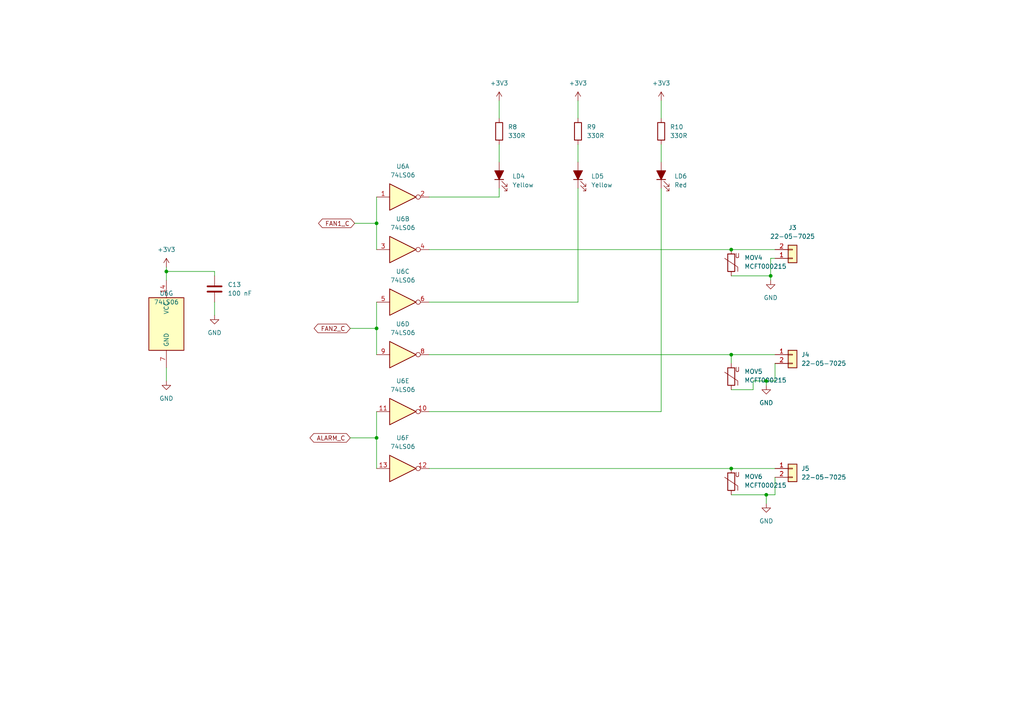
<source format=kicad_sch>
(kicad_sch (version 20230121) (generator eeschema)

  (uuid d6cac458-99af-42d0-b7b9-1a0a34807b89)

  (paper "A4")

  (lib_symbols
    (symbol "74xx:74LS06" (pin_names (offset 1.016)) (in_bom yes) (on_board yes)
      (property "Reference" "U" (at 0 1.27 0)
        (effects (font (size 1.27 1.27)))
      )
      (property "Value" "74LS06" (at 0 -1.27 0)
        (effects (font (size 1.27 1.27)))
      )
      (property "Footprint" "" (at 0 0 0)
        (effects (font (size 1.27 1.27)) hide)
      )
      (property "Datasheet" "http://www.ti.com/lit/gpn/sn74LS06" (at 0 0 0)
        (effects (font (size 1.27 1.27)) hide)
      )
      (property "ki_locked" "" (at 0 0 0)
        (effects (font (size 1.27 1.27)))
      )
      (property "ki_keywords" "TTL not inv OpenCol" (at 0 0 0)
        (effects (font (size 1.27 1.27)) hide)
      )
      (property "ki_description" "Inverter Open Collect" (at 0 0 0)
        (effects (font (size 1.27 1.27)) hide)
      )
      (property "ki_fp_filters" "DIP*W7.62mm*" (at 0 0 0)
        (effects (font (size 1.27 1.27)) hide)
      )
      (symbol "74LS06_1_0"
        (polyline
          (pts
            (xy -3.81 3.81)
            (xy -3.81 -3.81)
            (xy 3.81 0)
            (xy -3.81 3.81)
          )
          (stroke (width 0.254) (type default))
          (fill (type background))
        )
        (pin input line (at -7.62 0 0) (length 3.81)
          (name "~" (effects (font (size 1.27 1.27))))
          (number "1" (effects (font (size 1.27 1.27))))
        )
        (pin open_collector inverted (at 7.62 0 180) (length 3.81)
          (name "~" (effects (font (size 1.27 1.27))))
          (number "2" (effects (font (size 1.27 1.27))))
        )
      )
      (symbol "74LS06_2_0"
        (polyline
          (pts
            (xy -3.81 3.81)
            (xy -3.81 -3.81)
            (xy 3.81 0)
            (xy -3.81 3.81)
          )
          (stroke (width 0.254) (type default))
          (fill (type background))
        )
        (pin input line (at -7.62 0 0) (length 3.81)
          (name "~" (effects (font (size 1.27 1.27))))
          (number "3" (effects (font (size 1.27 1.27))))
        )
        (pin open_collector inverted (at 7.62 0 180) (length 3.81)
          (name "~" (effects (font (size 1.27 1.27))))
          (number "4" (effects (font (size 1.27 1.27))))
        )
      )
      (symbol "74LS06_3_0"
        (polyline
          (pts
            (xy -3.81 3.81)
            (xy -3.81 -3.81)
            (xy 3.81 0)
            (xy -3.81 3.81)
          )
          (stroke (width 0.254) (type default))
          (fill (type background))
        )
        (pin input line (at -7.62 0 0) (length 3.81)
          (name "~" (effects (font (size 1.27 1.27))))
          (number "5" (effects (font (size 1.27 1.27))))
        )
        (pin open_collector inverted (at 7.62 0 180) (length 3.81)
          (name "~" (effects (font (size 1.27 1.27))))
          (number "6" (effects (font (size 1.27 1.27))))
        )
      )
      (symbol "74LS06_4_0"
        (polyline
          (pts
            (xy -3.81 3.81)
            (xy -3.81 -3.81)
            (xy 3.81 0)
            (xy -3.81 3.81)
          )
          (stroke (width 0.254) (type default))
          (fill (type background))
        )
        (pin open_collector inverted (at 7.62 0 180) (length 3.81)
          (name "~" (effects (font (size 1.27 1.27))))
          (number "8" (effects (font (size 1.27 1.27))))
        )
        (pin input line (at -7.62 0 0) (length 3.81)
          (name "~" (effects (font (size 1.27 1.27))))
          (number "9" (effects (font (size 1.27 1.27))))
        )
      )
      (symbol "74LS06_5_0"
        (polyline
          (pts
            (xy -3.81 3.81)
            (xy -3.81 -3.81)
            (xy 3.81 0)
            (xy -3.81 3.81)
          )
          (stroke (width 0.254) (type default))
          (fill (type background))
        )
        (pin open_collector inverted (at 7.62 0 180) (length 3.81)
          (name "~" (effects (font (size 1.27 1.27))))
          (number "10" (effects (font (size 1.27 1.27))))
        )
        (pin input line (at -7.62 0 0) (length 3.81)
          (name "~" (effects (font (size 1.27 1.27))))
          (number "11" (effects (font (size 1.27 1.27))))
        )
      )
      (symbol "74LS06_6_0"
        (polyline
          (pts
            (xy -3.81 3.81)
            (xy -3.81 -3.81)
            (xy 3.81 0)
            (xy -3.81 3.81)
          )
          (stroke (width 0.254) (type default))
          (fill (type background))
        )
        (pin open_collector inverted (at 7.62 0 180) (length 3.81)
          (name "~" (effects (font (size 1.27 1.27))))
          (number "12" (effects (font (size 1.27 1.27))))
        )
        (pin input line (at -7.62 0 0) (length 3.81)
          (name "~" (effects (font (size 1.27 1.27))))
          (number "13" (effects (font (size 1.27 1.27))))
        )
      )
      (symbol "74LS06_7_0"
        (pin power_in line (at 0 12.7 270) (length 5.08)
          (name "VCC" (effects (font (size 1.27 1.27))))
          (number "14" (effects (font (size 1.27 1.27))))
        )
        (pin power_in line (at 0 -12.7 90) (length 5.08)
          (name "GND" (effects (font (size 1.27 1.27))))
          (number "7" (effects (font (size 1.27 1.27))))
        )
      )
      (symbol "74LS06_7_1"
        (rectangle (start -5.08 7.62) (end 5.08 -7.62)
          (stroke (width 0.254) (type default))
          (fill (type background))
        )
      )
    )
    (symbol "Connector_Generic:Conn_01x02" (pin_names (offset 1.016) hide) (in_bom yes) (on_board yes)
      (property "Reference" "J" (at 0 2.54 0)
        (effects (font (size 1.27 1.27)))
      )
      (property "Value" "Conn_01x02" (at 0 -5.08 0)
        (effects (font (size 1.27 1.27)))
      )
      (property "Footprint" "" (at 0 0 0)
        (effects (font (size 1.27 1.27)) hide)
      )
      (property "Datasheet" "~" (at 0 0 0)
        (effects (font (size 1.27 1.27)) hide)
      )
      (property "ki_keywords" "connector" (at 0 0 0)
        (effects (font (size 1.27 1.27)) hide)
      )
      (property "ki_description" "Generic connector, single row, 01x02, script generated (kicad-library-utils/schlib/autogen/connector/)" (at 0 0 0)
        (effects (font (size 1.27 1.27)) hide)
      )
      (property "ki_fp_filters" "Connector*:*_1x??_*" (at 0 0 0)
        (effects (font (size 1.27 1.27)) hide)
      )
      (symbol "Conn_01x02_1_1"
        (rectangle (start -1.27 -2.413) (end 0 -2.667)
          (stroke (width 0.1524) (type default))
          (fill (type none))
        )
        (rectangle (start -1.27 0.127) (end 0 -0.127)
          (stroke (width 0.1524) (type default))
          (fill (type none))
        )
        (rectangle (start -1.27 1.27) (end 1.27 -3.81)
          (stroke (width 0.254) (type default))
          (fill (type background))
        )
        (pin passive line (at -5.08 0 0) (length 3.81)
          (name "Pin_1" (effects (font (size 1.27 1.27))))
          (number "1" (effects (font (size 1.27 1.27))))
        )
        (pin passive line (at -5.08 -2.54 0) (length 3.81)
          (name "Pin_2" (effects (font (size 1.27 1.27))))
          (number "2" (effects (font (size 1.27 1.27))))
        )
      )
    )
    (symbol "Device:C" (pin_numbers hide) (pin_names (offset 0.254)) (in_bom yes) (on_board yes)
      (property "Reference" "C" (at 0.635 2.54 0)
        (effects (font (size 1.27 1.27)) (justify left))
      )
      (property "Value" "C" (at 0.635 -2.54 0)
        (effects (font (size 1.27 1.27)) (justify left))
      )
      (property "Footprint" "" (at 0.9652 -3.81 0)
        (effects (font (size 1.27 1.27)) hide)
      )
      (property "Datasheet" "~" (at 0 0 0)
        (effects (font (size 1.27 1.27)) hide)
      )
      (property "ki_keywords" "cap capacitor" (at 0 0 0)
        (effects (font (size 1.27 1.27)) hide)
      )
      (property "ki_description" "Unpolarized capacitor" (at 0 0 0)
        (effects (font (size 1.27 1.27)) hide)
      )
      (property "ki_fp_filters" "C_*" (at 0 0 0)
        (effects (font (size 1.27 1.27)) hide)
      )
      (symbol "C_0_1"
        (polyline
          (pts
            (xy -2.032 -0.762)
            (xy 2.032 -0.762)
          )
          (stroke (width 0.508) (type default))
          (fill (type none))
        )
        (polyline
          (pts
            (xy -2.032 0.762)
            (xy 2.032 0.762)
          )
          (stroke (width 0.508) (type default))
          (fill (type none))
        )
      )
      (symbol "C_1_1"
        (pin passive line (at 0 3.81 270) (length 2.794)
          (name "~" (effects (font (size 1.27 1.27))))
          (number "1" (effects (font (size 1.27 1.27))))
        )
        (pin passive line (at 0 -3.81 90) (length 2.794)
          (name "~" (effects (font (size 1.27 1.27))))
          (number "2" (effects (font (size 1.27 1.27))))
        )
      )
    )
    (symbol "Device:LED_Filled" (pin_numbers hide) (pin_names (offset 1.016) hide) (in_bom yes) (on_board yes)
      (property "Reference" "D" (at 0 2.54 0)
        (effects (font (size 1.27 1.27)))
      )
      (property "Value" "LED_Filled" (at 0 -2.54 0)
        (effects (font (size 1.27 1.27)))
      )
      (property "Footprint" "" (at 0 0 0)
        (effects (font (size 1.27 1.27)) hide)
      )
      (property "Datasheet" "~" (at 0 0 0)
        (effects (font (size 1.27 1.27)) hide)
      )
      (property "ki_keywords" "LED diode" (at 0 0 0)
        (effects (font (size 1.27 1.27)) hide)
      )
      (property "ki_description" "Light emitting diode, filled shape" (at 0 0 0)
        (effects (font (size 1.27 1.27)) hide)
      )
      (property "ki_fp_filters" "LED* LED_SMD:* LED_THT:*" (at 0 0 0)
        (effects (font (size 1.27 1.27)) hide)
      )
      (symbol "LED_Filled_0_1"
        (polyline
          (pts
            (xy -1.27 -1.27)
            (xy -1.27 1.27)
          )
          (stroke (width 0.254) (type default))
          (fill (type none))
        )
        (polyline
          (pts
            (xy -1.27 0)
            (xy 1.27 0)
          )
          (stroke (width 0) (type default))
          (fill (type none))
        )
        (polyline
          (pts
            (xy 1.27 -1.27)
            (xy 1.27 1.27)
            (xy -1.27 0)
            (xy 1.27 -1.27)
          )
          (stroke (width 0.254) (type default))
          (fill (type outline))
        )
        (polyline
          (pts
            (xy -3.048 -0.762)
            (xy -4.572 -2.286)
            (xy -3.81 -2.286)
            (xy -4.572 -2.286)
            (xy -4.572 -1.524)
          )
          (stroke (width 0) (type default))
          (fill (type none))
        )
        (polyline
          (pts
            (xy -1.778 -0.762)
            (xy -3.302 -2.286)
            (xy -2.54 -2.286)
            (xy -3.302 -2.286)
            (xy -3.302 -1.524)
          )
          (stroke (width 0) (type default))
          (fill (type none))
        )
      )
      (symbol "LED_Filled_1_1"
        (pin passive line (at -3.81 0 0) (length 2.54)
          (name "K" (effects (font (size 1.27 1.27))))
          (number "1" (effects (font (size 1.27 1.27))))
        )
        (pin passive line (at 3.81 0 180) (length 2.54)
          (name "A" (effects (font (size 1.27 1.27))))
          (number "2" (effects (font (size 1.27 1.27))))
        )
      )
    )
    (symbol "Device:R" (pin_numbers hide) (pin_names (offset 0)) (in_bom yes) (on_board yes)
      (property "Reference" "R" (at 2.032 0 90)
        (effects (font (size 1.27 1.27)))
      )
      (property "Value" "R" (at 0 0 90)
        (effects (font (size 1.27 1.27)))
      )
      (property "Footprint" "" (at -1.778 0 90)
        (effects (font (size 1.27 1.27)) hide)
      )
      (property "Datasheet" "~" (at 0 0 0)
        (effects (font (size 1.27 1.27)) hide)
      )
      (property "ki_keywords" "R res resistor" (at 0 0 0)
        (effects (font (size 1.27 1.27)) hide)
      )
      (property "ki_description" "Resistor" (at 0 0 0)
        (effects (font (size 1.27 1.27)) hide)
      )
      (property "ki_fp_filters" "R_*" (at 0 0 0)
        (effects (font (size 1.27 1.27)) hide)
      )
      (symbol "R_0_1"
        (rectangle (start -1.016 -2.54) (end 1.016 2.54)
          (stroke (width 0.254) (type default))
          (fill (type none))
        )
      )
      (symbol "R_1_1"
        (pin passive line (at 0 3.81 270) (length 1.27)
          (name "~" (effects (font (size 1.27 1.27))))
          (number "1" (effects (font (size 1.27 1.27))))
        )
        (pin passive line (at 0 -3.81 90) (length 1.27)
          (name "~" (effects (font (size 1.27 1.27))))
          (number "2" (effects (font (size 1.27 1.27))))
        )
      )
    )
    (symbol "Device:Varistor" (pin_numbers hide) (pin_names (offset 0)) (in_bom yes) (on_board yes)
      (property "Reference" "RV" (at 3.175 0 90)
        (effects (font (size 1.27 1.27)))
      )
      (property "Value" "Varistor" (at -3.175 0 90)
        (effects (font (size 1.27 1.27)))
      )
      (property "Footprint" "" (at -1.778 0 90)
        (effects (font (size 1.27 1.27)) hide)
      )
      (property "Datasheet" "~" (at 0 0 0)
        (effects (font (size 1.27 1.27)) hide)
      )
      (property "Sim.Name" "kicad_builtin_varistor" (at 0 0 0)
        (effects (font (size 1.27 1.27)) hide)
      )
      (property "Sim.Device" "SUBCKT" (at 0 0 0)
        (effects (font (size 1.27 1.27)) hide)
      )
      (property "Sim.Pins" "1=A 2=B" (at 0 0 0)
        (effects (font (size 1.27 1.27)) hide)
      )
      (property "Sim.Params" "threshold=1k" (at 0 0 0)
        (effects (font (size 1.27 1.27)) hide)
      )
      (property "Sim.Library" "${KICAD7_SYMBOL_DIR}/Simulation_SPICE.sp" (at 0 0 0)
        (effects (font (size 1.27 1.27)) hide)
      )
      (property "ki_keywords" "VDR resistance" (at 0 0 0)
        (effects (font (size 1.27 1.27)) hide)
      )
      (property "ki_description" "Voltage dependent resistor" (at 0 0 0)
        (effects (font (size 1.27 1.27)) hide)
      )
      (property "ki_fp_filters" "RV_* Varistor*" (at 0 0 0)
        (effects (font (size 1.27 1.27)) hide)
      )
      (symbol "Varistor_0_0"
        (text "U" (at -1.778 -2.032 0)
          (effects (font (size 1.27 1.27)))
        )
      )
      (symbol "Varistor_0_1"
        (rectangle (start -1.016 -2.54) (end 1.016 2.54)
          (stroke (width 0.254) (type default))
          (fill (type none))
        )
        (polyline
          (pts
            (xy -1.905 2.54)
            (xy -1.905 1.27)
            (xy 1.905 -1.27)
          )
          (stroke (width 0) (type default))
          (fill (type none))
        )
      )
      (symbol "Varistor_1_1"
        (pin passive line (at 0 3.81 270) (length 1.27)
          (name "~" (effects (font (size 1.27 1.27))))
          (number "1" (effects (font (size 1.27 1.27))))
        )
        (pin passive line (at 0 -3.81 90) (length 1.27)
          (name "~" (effects (font (size 1.27 1.27))))
          (number "2" (effects (font (size 1.27 1.27))))
        )
      )
    )
    (symbol "power:+3V3" (power) (pin_names (offset 0)) (in_bom yes) (on_board yes)
      (property "Reference" "#PWR" (at 0 -3.81 0)
        (effects (font (size 1.27 1.27)) hide)
      )
      (property "Value" "+3V3" (at 0 3.556 0)
        (effects (font (size 1.27 1.27)))
      )
      (property "Footprint" "" (at 0 0 0)
        (effects (font (size 1.27 1.27)) hide)
      )
      (property "Datasheet" "" (at 0 0 0)
        (effects (font (size 1.27 1.27)) hide)
      )
      (property "ki_keywords" "global power" (at 0 0 0)
        (effects (font (size 1.27 1.27)) hide)
      )
      (property "ki_description" "Power symbol creates a global label with name \"+3V3\"" (at 0 0 0)
        (effects (font (size 1.27 1.27)) hide)
      )
      (symbol "+3V3_0_1"
        (polyline
          (pts
            (xy -0.762 1.27)
            (xy 0 2.54)
          )
          (stroke (width 0) (type default))
          (fill (type none))
        )
        (polyline
          (pts
            (xy 0 0)
            (xy 0 2.54)
          )
          (stroke (width 0) (type default))
          (fill (type none))
        )
        (polyline
          (pts
            (xy 0 2.54)
            (xy 0.762 1.27)
          )
          (stroke (width 0) (type default))
          (fill (type none))
        )
      )
      (symbol "+3V3_1_1"
        (pin power_in line (at 0 0 90) (length 0) hide
          (name "+3V3" (effects (font (size 1.27 1.27))))
          (number "1" (effects (font (size 1.27 1.27))))
        )
      )
    )
    (symbol "power:GND" (power) (pin_names (offset 0)) (in_bom yes) (on_board yes)
      (property "Reference" "#PWR" (at 0 -6.35 0)
        (effects (font (size 1.27 1.27)) hide)
      )
      (property "Value" "GND" (at 0 -3.81 0)
        (effects (font (size 1.27 1.27)))
      )
      (property "Footprint" "" (at 0 0 0)
        (effects (font (size 1.27 1.27)) hide)
      )
      (property "Datasheet" "" (at 0 0 0)
        (effects (font (size 1.27 1.27)) hide)
      )
      (property "ki_keywords" "global power" (at 0 0 0)
        (effects (font (size 1.27 1.27)) hide)
      )
      (property "ki_description" "Power symbol creates a global label with name \"GND\" , ground" (at 0 0 0)
        (effects (font (size 1.27 1.27)) hide)
      )
      (symbol "GND_0_1"
        (polyline
          (pts
            (xy 0 0)
            (xy 0 -1.27)
            (xy 1.27 -1.27)
            (xy 0 -2.54)
            (xy -1.27 -1.27)
            (xy 0 -1.27)
          )
          (stroke (width 0) (type default))
          (fill (type none))
        )
      )
      (symbol "GND_1_1"
        (pin power_in line (at 0 0 270) (length 0) hide
          (name "GND" (effects (font (size 1.27 1.27))))
          (number "1" (effects (font (size 1.27 1.27))))
        )
      )
    )
  )

  (junction (at 222.25 143.51) (diameter 0) (color 0 0 0 0)
    (uuid 02ba5b5a-c965-4f48-b5ca-1db5e784b1ce)
  )
  (junction (at 109.22 127) (diameter 0) (color 0 0 0 0)
    (uuid 0486608f-f45d-4d27-8ccd-5f220fc5c729)
  )
  (junction (at 223.52 80.01) (diameter 0) (color 0 0 0 0)
    (uuid 2bc76f8a-7157-4af5-ab39-f53dd166d6fe)
  )
  (junction (at 48.26 78.74) (diameter 0) (color 0 0 0 0)
    (uuid 5ef9071c-1532-4ecb-840e-c8d00f1eceee)
  )
  (junction (at 109.22 95.25) (diameter 0) (color 0 0 0 0)
    (uuid 5fbdd604-0483-4bfb-9128-1f91030bc99f)
  )
  (junction (at 212.09 102.87) (diameter 0) (color 0 0 0 0)
    (uuid 8672d55b-2336-4503-afc6-29703e429316)
  )
  (junction (at 109.22 64.77) (diameter 0) (color 0 0 0 0)
    (uuid 8f6a1f7f-a4b4-4ed2-b7d3-07c58d4d07dd)
  )
  (junction (at 212.09 72.39) (diameter 0) (color 0 0 0 0)
    (uuid cc7fa520-4d0e-4986-ae33-234609c80f6c)
  )
  (junction (at 222.25 110.49) (diameter 0) (color 0 0 0 0)
    (uuid ce056a5f-2cfd-4611-be8a-89d5092553c1)
  )
  (junction (at 212.09 135.89) (diameter 0) (color 0 0 0 0)
    (uuid fdf55a7e-4914-457d-a221-a82a2393e671)
  )

  (wire (pts (xy 167.64 41.91) (xy 167.64 46.99))
    (stroke (width 0) (type default))
    (uuid 05eea5fb-a799-4812-ae77-bafb44344f32)
  )
  (wire (pts (xy 109.22 119.38) (xy 109.22 127))
    (stroke (width 0) (type default))
    (uuid 08d74774-7874-4c19-aba6-ad99aaeed71c)
  )
  (wire (pts (xy 48.26 77.47) (xy 48.26 78.74))
    (stroke (width 0) (type default))
    (uuid 0f068154-72ea-4f80-a409-dd5e2e0fddf8)
  )
  (wire (pts (xy 212.09 80.01) (xy 223.52 80.01))
    (stroke (width 0) (type default))
    (uuid 1096d478-5559-410c-a827-13ddd2d2a123)
  )
  (wire (pts (xy 109.22 95.25) (xy 109.22 102.87))
    (stroke (width 0) (type default))
    (uuid 139b8081-ca72-48d7-8509-f6c9f569560f)
  )
  (wire (pts (xy 109.22 64.77) (xy 109.22 57.15))
    (stroke (width 0) (type default))
    (uuid 1e9fcb06-24da-4cee-8440-bd8acc2ece14)
  )
  (wire (pts (xy 144.78 54.61) (xy 144.78 57.15))
    (stroke (width 0) (type default))
    (uuid 20e7f897-2eb4-46bd-96ca-15ad4b1ecdc4)
  )
  (wire (pts (xy 48.26 78.74) (xy 62.23 78.74))
    (stroke (width 0) (type default))
    (uuid 21a58079-28a9-4cc9-8f90-74fc4cf739eb)
  )
  (wire (pts (xy 144.78 29.21) (xy 144.78 34.29))
    (stroke (width 0) (type default))
    (uuid 2241f6df-66e2-4914-9e80-410eae8be428)
  )
  (wire (pts (xy 124.46 135.89) (xy 212.09 135.89))
    (stroke (width 0) (type default))
    (uuid 269c13af-9c2f-4942-97ec-3bc32118ea0a)
  )
  (wire (pts (xy 167.64 29.21) (xy 167.64 34.29))
    (stroke (width 0) (type default))
    (uuid 276c60b0-e58a-454f-bf2d-3ad36e2a5c58)
  )
  (wire (pts (xy 167.64 87.63) (xy 124.46 87.63))
    (stroke (width 0) (type default))
    (uuid 27dce66b-bb3c-4fed-bfeb-836a5a19cd93)
  )
  (wire (pts (xy 48.26 106.68) (xy 48.26 110.49))
    (stroke (width 0) (type default))
    (uuid 2ce83ee0-4b4e-4138-8435-8bf62aae7bbb)
  )
  (wire (pts (xy 191.77 41.91) (xy 191.77 46.99))
    (stroke (width 0) (type default))
    (uuid 2ced5afb-2a68-4ba9-8803-3ea347dc9b82)
  )
  (wire (pts (xy 144.78 41.91) (xy 144.78 46.99))
    (stroke (width 0) (type default))
    (uuid 2f8d4b19-6140-4708-b40c-c57a01fd5d4b)
  )
  (wire (pts (xy 212.09 72.39) (xy 224.79 72.39))
    (stroke (width 0) (type default))
    (uuid 340c63c3-c8c7-4361-b288-9bfafd2b1387)
  )
  (wire (pts (xy 102.87 64.77) (xy 109.22 64.77))
    (stroke (width 0) (type default))
    (uuid 3413fda6-ff18-43fe-84a1-5a3f5ff21abc)
  )
  (wire (pts (xy 218.44 110.49) (xy 222.25 110.49))
    (stroke (width 0) (type default))
    (uuid 3c4ee171-3dd3-4f37-a8a1-dde88837b8c2)
  )
  (wire (pts (xy 62.23 87.63) (xy 62.23 91.44))
    (stroke (width 0) (type default))
    (uuid 3e6c21e6-8808-4f4e-8c4d-80b6053ab034)
  )
  (wire (pts (xy 222.25 143.51) (xy 224.79 143.51))
    (stroke (width 0) (type default))
    (uuid 41546bc5-669c-4e13-a8b0-96e1ac121e0d)
  )
  (wire (pts (xy 224.79 110.49) (xy 224.79 105.41))
    (stroke (width 0) (type default))
    (uuid 446a47dc-4fef-459a-9ebf-503294587a59)
  )
  (wire (pts (xy 223.52 80.01) (xy 223.52 81.28))
    (stroke (width 0) (type default))
    (uuid 47ec0e2f-3489-42aa-b3af-e4be37fd15da)
  )
  (wire (pts (xy 124.46 57.15) (xy 144.78 57.15))
    (stroke (width 0) (type default))
    (uuid 5ad7dbaf-8acb-405c-ae62-859fb3c00231)
  )
  (wire (pts (xy 212.09 143.51) (xy 222.25 143.51))
    (stroke (width 0) (type default))
    (uuid 5d040f7e-b96a-45f1-9f94-d58887ca420f)
  )
  (wire (pts (xy 48.26 78.74) (xy 48.26 81.28))
    (stroke (width 0) (type default))
    (uuid 5dea3b1c-ad52-493a-b66d-5fa7f2d13e42)
  )
  (wire (pts (xy 167.64 54.61) (xy 167.64 87.63))
    (stroke (width 0) (type default))
    (uuid 5ff41210-aaf1-4510-bedb-003bb50731a7)
  )
  (wire (pts (xy 222.25 110.49) (xy 222.25 111.76))
    (stroke (width 0) (type default))
    (uuid 615580d1-1293-4db2-b442-14fc44777750)
  )
  (wire (pts (xy 223.52 74.93) (xy 224.79 74.93))
    (stroke (width 0) (type default))
    (uuid 6388593b-6f19-4bea-81a0-531772a7dcd1)
  )
  (wire (pts (xy 124.46 72.39) (xy 212.09 72.39))
    (stroke (width 0) (type default))
    (uuid 6c6471eb-e28b-40ad-b9d9-cc1a8aea015e)
  )
  (wire (pts (xy 101.6 127) (xy 109.22 127))
    (stroke (width 0) (type default))
    (uuid 71ab4691-20f4-46df-a539-dbc7a5bd3a64)
  )
  (wire (pts (xy 109.22 64.77) (xy 109.22 72.39))
    (stroke (width 0) (type default))
    (uuid 770cb1ce-7e80-4b69-adf3-7ea0d678e78a)
  )
  (wire (pts (xy 124.46 102.87) (xy 212.09 102.87))
    (stroke (width 0) (type default))
    (uuid 7f310dae-84cc-4d8e-8eeb-f3c4a5e929b0)
  )
  (wire (pts (xy 191.77 119.38) (xy 124.46 119.38))
    (stroke (width 0) (type default))
    (uuid 85a3b872-6d39-49c3-b812-8b66d23baf17)
  )
  (wire (pts (xy 222.25 110.49) (xy 224.79 110.49))
    (stroke (width 0) (type default))
    (uuid 8ad4962c-5a10-4615-a7e6-2917ba12971d)
  )
  (wire (pts (xy 223.52 80.01) (xy 223.52 74.93))
    (stroke (width 0) (type default))
    (uuid 9c4ea3b2-e654-4d6b-aeb3-46f74a1e32eb)
  )
  (wire (pts (xy 109.22 95.25) (xy 109.22 87.63))
    (stroke (width 0) (type default))
    (uuid 9e27db0d-15b6-4744-a097-da301e4303d3)
  )
  (wire (pts (xy 191.77 29.21) (xy 191.77 34.29))
    (stroke (width 0) (type default))
    (uuid a02eb4ee-fa06-4c83-9da4-f7e11bb793ce)
  )
  (wire (pts (xy 222.25 143.51) (xy 222.25 146.05))
    (stroke (width 0) (type default))
    (uuid aa1279fe-971a-45e8-a722-49f86219996b)
  )
  (wire (pts (xy 62.23 78.74) (xy 62.23 80.01))
    (stroke (width 0) (type default))
    (uuid ab02042e-bd06-49ce-92d8-3dc645a10e00)
  )
  (wire (pts (xy 101.6 95.25) (xy 109.22 95.25))
    (stroke (width 0) (type default))
    (uuid b8f6b9a0-dbf9-4fcf-9df8-0c3149465e9a)
  )
  (wire (pts (xy 224.79 143.51) (xy 224.79 138.43))
    (stroke (width 0) (type default))
    (uuid bd69fd30-1183-4108-95bd-48b54446e842)
  )
  (wire (pts (xy 212.09 135.89) (xy 224.79 135.89))
    (stroke (width 0) (type default))
    (uuid c7e10ad4-ac9c-490b-9f4c-e6a74d68216a)
  )
  (wire (pts (xy 218.44 113.03) (xy 218.44 110.49))
    (stroke (width 0) (type default))
    (uuid c897c782-9a92-4295-93bb-32843c5cb537)
  )
  (wire (pts (xy 212.09 102.87) (xy 224.79 102.87))
    (stroke (width 0) (type default))
    (uuid d0c59f7b-5fad-43cc-a3d8-7c65157ad68b)
  )
  (wire (pts (xy 191.77 54.61) (xy 191.77 119.38))
    (stroke (width 0) (type default))
    (uuid e2fa7001-0ff2-46f3-aa11-3194a90dfd3a)
  )
  (wire (pts (xy 212.09 102.87) (xy 212.09 105.41))
    (stroke (width 0) (type default))
    (uuid e4dbcdc4-a893-44e7-9d41-7cf2fb04c133)
  )
  (wire (pts (xy 109.22 127) (xy 109.22 135.89))
    (stroke (width 0) (type default))
    (uuid f73a7cad-6d99-453c-b5f7-96cf6c49982c)
  )
  (wire (pts (xy 212.09 113.03) (xy 218.44 113.03))
    (stroke (width 0) (type default))
    (uuid ff87acab-f4ea-41ca-b1f0-4e3c228dde25)
  )

  (global_label "FAN1_C" (shape bidirectional) (at 102.87 64.77 180) (fields_autoplaced)
    (effects (font (size 1.27 1.27)) (justify right))
    (uuid 6d2a8c21-67a0-4f09-8dee-9f01b900bb53)
    (property "Intersheetrefs" "${INTERSHEET_REFS}" (at 91.8187 64.77 0)
      (effects (font (size 1.27 1.27)) (justify right) hide)
    )
  )
  (global_label "FAN2_C" (shape bidirectional) (at 101.6 95.25 180) (fields_autoplaced)
    (effects (font (size 1.27 1.27)) (justify right))
    (uuid 986b03f7-b3b1-460a-9768-45697f181fda)
    (property "Intersheetrefs" "${INTERSHEET_REFS}" (at 90.5487 95.25 0)
      (effects (font (size 1.27 1.27)) (justify right) hide)
    )
  )
  (global_label "ALARM_C" (shape bidirectional) (at 101.6 127 180) (fields_autoplaced)
    (effects (font (size 1.27 1.27)) (justify right))
    (uuid ae7c0ec5-05ea-4deb-af2d-c73a2ef6fb2b)
    (property "Intersheetrefs" "${INTERSHEET_REFS}" (at 89.3392 127 0)
      (effects (font (size 1.27 1.27)) (justify right) hide)
    )
  )

  (symbol (lib_id "Device:R") (at 167.64 38.1 0) (unit 1)
    (in_bom yes) (on_board yes) (dnp no) (fields_autoplaced)
    (uuid 0e0f67be-b6e7-4d19-8b8a-5cdc9abb14b4)
    (property "Reference" "R9" (at 170.18 36.83 0)
      (effects (font (size 1.27 1.27)) (justify left))
    )
    (property "Value" "330R" (at 170.18 39.37 0)
      (effects (font (size 1.27 1.27)) (justify left))
    )
    (property "Footprint" "Resistor_SMD:R_1206_3216Metric" (at 165.862 38.1 90)
      (effects (font (size 1.27 1.27)) hide)
    )
    (property "Datasheet" "~" (at 167.64 38.1 0)
      (effects (font (size 1.27 1.27)) hide)
    )
    (property "Name" "" (at 167.64 38.1 0)
      (effects (font (size 1.27 1.27)) hide)
    )
    (property "Manufacturer" "" (at 167.64 38.1 0)
      (effects (font (size 1.27 1.27)) hide)
    )
    (pin "2" (uuid 2ec87814-8d1a-419c-afa0-645415f7ea32))
    (pin "1" (uuid e5f0438c-f1f2-4d38-9a4d-efb3c0e493d1))
    (instances
      (project "Demo"
        (path "/6e73ff2b-554f-4e00-b182-1d8d7d5ce0d1/58002030-c39a-404f-ad82-9889eb91573b"
          (reference "R9") (unit 1)
        )
      )
    )
  )

  (symbol (lib_id "Device:Varistor") (at 212.09 139.7 180) (unit 1)
    (in_bom yes) (on_board yes) (dnp no) (fields_autoplaced)
    (uuid 18f878f3-22bc-420a-954e-0f2d02ee2f71)
    (property "Reference" "MOV6" (at 215.9 138.2367 0)
      (effects (font (size 1.27 1.27)) (justify right))
    )
    (property "Value" "MCFT000215" (at 215.9 140.7767 0)
      (effects (font (size 1.27 1.27)) (justify right))
    )
    (property "Footprint" "Varistor:RV_Disc_D7mm_W3.4mm_P5mm" (at 213.868 139.7 90)
      (effects (font (size 1.27 1.27)) hide)
    )
    (property "Datasheet" "~" (at 212.09 139.7 0)
      (effects (font (size 1.27 1.27)) hide)
    )
    (property "Sim.Name" "kicad_builtin_varistor" (at 212.09 139.7 0)
      (effects (font (size 1.27 1.27)) hide)
    )
    (property "Sim.Device" "SUBCKT" (at 212.09 139.7 0)
      (effects (font (size 1.27 1.27)) hide)
    )
    (property "Sim.Pins" "1=A 2=B" (at 212.09 139.7 0)
      (effects (font (size 1.27 1.27)) hide)
    )
    (property "Sim.Params" "threshold=1k" (at 212.09 139.7 0)
      (effects (font (size 1.27 1.27)) hide)
    )
    (property "Sim.Library" "${KICAD7_SYMBOL_DIR}/Simulation_SPICE.sp" (at 212.09 139.7 0)
      (effects (font (size 1.27 1.27)) hide)
    )
    (property "Name" "MCFT000215" (at 212.09 139.7 0)
      (effects (font (size 1.27 1.27)) hide)
    )
    (property "Manufacturer" "multicomp" (at 212.09 139.7 0)
      (effects (font (size 1.27 1.27)) hide)
    )
    (pin "2" (uuid 880713b1-397f-4373-95f0-a42b19469175))
    (pin "1" (uuid 0be39dfc-e3ce-42c8-b7ad-c6a4638839ce))
    (instances
      (project "Demo"
        (path "/6e73ff2b-554f-4e00-b182-1d8d7d5ce0d1/58002030-c39a-404f-ad82-9889eb91573b"
          (reference "MOV6") (unit 1)
        )
      )
    )
  )

  (symbol (lib_id "power:GND") (at 222.25 146.05 0) (unit 1)
    (in_bom yes) (on_board yes) (dnp no) (fields_autoplaced)
    (uuid 1a3204ba-1ba5-417c-894e-62d9e6439c83)
    (property "Reference" "#PWR037" (at 222.25 152.4 0)
      (effects (font (size 1.27 1.27)) hide)
    )
    (property "Value" "GND" (at 222.25 151.13 0)
      (effects (font (size 1.27 1.27)))
    )
    (property "Footprint" "" (at 222.25 146.05 0)
      (effects (font (size 1.27 1.27)) hide)
    )
    (property "Datasheet" "" (at 222.25 146.05 0)
      (effects (font (size 1.27 1.27)) hide)
    )
    (pin "1" (uuid 448c9dbf-0f0f-48a1-8777-07883e018b8f))
    (instances
      (project "Demo"
        (path "/6e73ff2b-554f-4e00-b182-1d8d7d5ce0d1/58002030-c39a-404f-ad82-9889eb91573b"
          (reference "#PWR037") (unit 1)
        )
      )
    )
  )

  (symbol (lib_id "Device:C") (at 62.23 83.82 0) (unit 1)
    (in_bom yes) (on_board yes) (dnp no) (fields_autoplaced)
    (uuid 2409dce8-76c8-42d1-b330-377ff23d4922)
    (property "Reference" "C13" (at 66.04 82.55 0)
      (effects (font (size 1.27 1.27)) (justify left))
    )
    (property "Value" "100 nF" (at 66.04 85.09 0)
      (effects (font (size 1.27 1.27)) (justify left))
    )
    (property "Footprint" "Capacitor_SMD:C_0805_2012Metric" (at 63.1952 87.63 0)
      (effects (font (size 1.27 1.27)) hide)
    )
    (property "Datasheet" "~" (at 62.23 83.82 0)
      (effects (font (size 1.27 1.27)) hide)
    )
    (property "Name" "" (at 62.23 83.82 0)
      (effects (font (size 1.27 1.27)) hide)
    )
    (property "Manufacturer" "" (at 62.23 83.82 0)
      (effects (font (size 1.27 1.27)) hide)
    )
    (pin "2" (uuid ac89cccd-f1c2-4636-bab1-89013de6f526))
    (pin "1" (uuid 5081dc8e-6b6a-4967-a807-fe256d7fcca1))
    (instances
      (project "Demo"
        (path "/6e73ff2b-554f-4e00-b182-1d8d7d5ce0d1/58002030-c39a-404f-ad82-9889eb91573b"
          (reference "C13") (unit 1)
        )
      )
    )
  )

  (symbol (lib_id "power:GND") (at 222.25 111.76 0) (unit 1)
    (in_bom yes) (on_board yes) (dnp no) (fields_autoplaced)
    (uuid 28cd9cf4-1f37-4923-9919-adb0932dcae4)
    (property "Reference" "#PWR036" (at 222.25 118.11 0)
      (effects (font (size 1.27 1.27)) hide)
    )
    (property "Value" "GND" (at 222.25 116.84 0)
      (effects (font (size 1.27 1.27)))
    )
    (property "Footprint" "" (at 222.25 111.76 0)
      (effects (font (size 1.27 1.27)) hide)
    )
    (property "Datasheet" "" (at 222.25 111.76 0)
      (effects (font (size 1.27 1.27)) hide)
    )
    (pin "1" (uuid 8ddb5c37-69eb-4e2c-b080-5e4d4586cfb4))
    (instances
      (project "Demo"
        (path "/6e73ff2b-554f-4e00-b182-1d8d7d5ce0d1/58002030-c39a-404f-ad82-9889eb91573b"
          (reference "#PWR036") (unit 1)
        )
      )
    )
  )

  (symbol (lib_id "Device:Varistor") (at 212.09 109.22 180) (unit 1)
    (in_bom yes) (on_board yes) (dnp no) (fields_autoplaced)
    (uuid 2dc4aa77-f846-47bd-850a-9cf14f08c92e)
    (property "Reference" "MOV5" (at 215.9 107.7567 0)
      (effects (font (size 1.27 1.27)) (justify right))
    )
    (property "Value" "MCFT000215" (at 215.9 110.2967 0)
      (effects (font (size 1.27 1.27)) (justify right))
    )
    (property "Footprint" "Varistor:RV_Disc_D7mm_W3.4mm_P5mm" (at 213.868 109.22 90)
      (effects (font (size 1.27 1.27)) hide)
    )
    (property "Datasheet" "~" (at 212.09 109.22 0)
      (effects (font (size 1.27 1.27)) hide)
    )
    (property "Sim.Name" "kicad_builtin_varistor" (at 212.09 109.22 0)
      (effects (font (size 1.27 1.27)) hide)
    )
    (property "Sim.Device" "SUBCKT" (at 212.09 109.22 0)
      (effects (font (size 1.27 1.27)) hide)
    )
    (property "Sim.Pins" "1=A 2=B" (at 212.09 109.22 0)
      (effects (font (size 1.27 1.27)) hide)
    )
    (property "Sim.Params" "threshold=1k" (at 212.09 109.22 0)
      (effects (font (size 1.27 1.27)) hide)
    )
    (property "Sim.Library" "${KICAD7_SYMBOL_DIR}/Simulation_SPICE.sp" (at 212.09 109.22 0)
      (effects (font (size 1.27 1.27)) hide)
    )
    (property "Name" "MCFT000215" (at 212.09 109.22 0)
      (effects (font (size 1.27 1.27)) hide)
    )
    (property "Manufacturer" "multicomp" (at 212.09 109.22 0)
      (effects (font (size 1.27 1.27)) hide)
    )
    (pin "2" (uuid bd754f10-aca4-4f73-b55d-72c90875c98e))
    (pin "1" (uuid 27f9d94a-7169-49bf-994d-d5efb5390ead))
    (instances
      (project "Demo"
        (path "/6e73ff2b-554f-4e00-b182-1d8d7d5ce0d1/58002030-c39a-404f-ad82-9889eb91573b"
          (reference "MOV5") (unit 1)
        )
      )
    )
  )

  (symbol (lib_id "power:+3V3") (at 191.77 29.21 0) (unit 1)
    (in_bom yes) (on_board yes) (dnp no) (fields_autoplaced)
    (uuid 2df1def1-9956-4fa9-9446-cbcc7a1ca3e2)
    (property "Reference" "#PWR034" (at 191.77 33.02 0)
      (effects (font (size 1.27 1.27)) hide)
    )
    (property "Value" "+3V3" (at 191.77 24.13 0)
      (effects (font (size 1.27 1.27)))
    )
    (property "Footprint" "" (at 191.77 29.21 0)
      (effects (font (size 1.27 1.27)) hide)
    )
    (property "Datasheet" "" (at 191.77 29.21 0)
      (effects (font (size 1.27 1.27)) hide)
    )
    (pin "1" (uuid 318c4449-f374-47da-8711-bc6431543393))
    (instances
      (project "Demo"
        (path "/6e73ff2b-554f-4e00-b182-1d8d7d5ce0d1/58002030-c39a-404f-ad82-9889eb91573b"
          (reference "#PWR034") (unit 1)
        )
      )
    )
  )

  (symbol (lib_id "Device:LED_Filled") (at 167.64 50.8 90) (unit 1)
    (in_bom yes) (on_board yes) (dnp no) (fields_autoplaced)
    (uuid 39072560-d43a-4fa0-8ef6-ebd10f7a2c27)
    (property "Reference" "LD5" (at 171.45 51.1175 90)
      (effects (font (size 1.27 1.27)) (justify right))
    )
    (property "Value" "Yellow" (at 171.45 53.6575 90)
      (effects (font (size 1.27 1.27)) (justify right))
    )
    (property "Footprint" "LED_THT:LED_D5.0mm" (at 167.64 50.8 0)
      (effects (font (size 1.27 1.27)) hide)
    )
    (property "Datasheet" "~" (at 167.64 50.8 0)
      (effects (font (size 1.27 1.27)) hide)
    )
    (property "Name" "703-0098" (at 167.64 50.8 0)
      (effects (font (size 1.27 1.27)) hide)
    )
    (property "Manufacturer" "multicomp" (at 167.64 50.8 0)
      (effects (font (size 1.27 1.27)) hide)
    )
    (pin "1" (uuid e1d4ce25-f01a-4fe6-b444-fe474428c3b4))
    (pin "2" (uuid 6d7f97c7-a52a-4bec-a501-988338ea3e0a))
    (instances
      (project "Demo"
        (path "/6e73ff2b-554f-4e00-b182-1d8d7d5ce0d1/58002030-c39a-404f-ad82-9889eb91573b"
          (reference "LD5") (unit 1)
        )
      )
    )
  )

  (symbol (lib_id "Device:Varistor") (at 212.09 76.2 180) (unit 1)
    (in_bom yes) (on_board yes) (dnp no) (fields_autoplaced)
    (uuid 3bb3feec-c704-446e-b978-c88642e5b300)
    (property "Reference" "MOV4" (at 215.9 74.7367 0)
      (effects (font (size 1.27 1.27)) (justify right))
    )
    (property "Value" "MCFT000215" (at 215.9 77.2767 0)
      (effects (font (size 1.27 1.27)) (justify right))
    )
    (property "Footprint" "Varistor:RV_Disc_D7mm_W3.4mm_P5mm" (at 213.868 76.2 90)
      (effects (font (size 1.27 1.27)) hide)
    )
    (property "Datasheet" "~" (at 212.09 76.2 0)
      (effects (font (size 1.27 1.27)) hide)
    )
    (property "Sim.Name" "kicad_builtin_varistor" (at 212.09 76.2 0)
      (effects (font (size 1.27 1.27)) hide)
    )
    (property "Sim.Device" "SUBCKT" (at 212.09 76.2 0)
      (effects (font (size 1.27 1.27)) hide)
    )
    (property "Sim.Pins" "1=A 2=B" (at 212.09 76.2 0)
      (effects (font (size 1.27 1.27)) hide)
    )
    (property "Sim.Params" "threshold=1k" (at 212.09 76.2 0)
      (effects (font (size 1.27 1.27)) hide)
    )
    (property "Sim.Library" "${KICAD7_SYMBOL_DIR}/Simulation_SPICE.sp" (at 212.09 76.2 0)
      (effects (font (size 1.27 1.27)) hide)
    )
    (property "Name" "MCFT000215" (at 212.09 76.2 0)
      (effects (font (size 1.27 1.27)) hide)
    )
    (property "Manufacturer" "multicomp" (at 212.09 76.2 0)
      (effects (font (size 1.27 1.27)) hide)
    )
    (pin "2" (uuid a89958bb-f737-4040-8530-39824d87a865))
    (pin "1" (uuid 424f5e90-29d3-479a-bdae-b0dfbad55b04))
    (instances
      (project "Demo"
        (path "/6e73ff2b-554f-4e00-b182-1d8d7d5ce0d1/58002030-c39a-404f-ad82-9889eb91573b"
          (reference "MOV4") (unit 1)
        )
      )
    )
  )

  (symbol (lib_id "74xx:74LS06") (at 116.84 87.63 0) (unit 3)
    (in_bom yes) (on_board yes) (dnp no) (fields_autoplaced)
    (uuid 48922b27-2236-4fd0-9b71-8cdabb5eaf55)
    (property "Reference" "U6" (at 116.84 78.74 0)
      (effects (font (size 1.27 1.27)))
    )
    (property "Value" "74LS06" (at 116.84 81.28 0)
      (effects (font (size 1.27 1.27)))
    )
    (property "Footprint" "Package_SO:SOIC-14_3.9x8.7mm_P1.27mm" (at 116.84 87.63 0)
      (effects (font (size 1.27 1.27)) hide)
    )
    (property "Datasheet" "http://www.ti.com/lit/gpn/sn74LS06" (at 116.84 87.63 0)
      (effects (font (size 1.27 1.27)) hide)
    )
    (property "Name" "MC74LCX07" (at 116.84 87.63 0)
      (effects (font (size 1.27 1.27)) hide)
    )
    (property "Manufacturer" "ON" (at 116.84 87.63 0)
      (effects (font (size 1.27 1.27)) hide)
    )
    (pin "10" (uuid 27801687-42bc-4388-824c-1bc42dc4e9c5))
    (pin "11" (uuid 1e15697f-324a-41ee-a8dd-c53b8be355ae))
    (pin "8" (uuid a123813a-392a-4acd-bf39-45442b1d3222))
    (pin "12" (uuid deb2f7e2-f73b-49c3-96fd-02235c5a00dc))
    (pin "7" (uuid e633d1d9-70ee-4b08-88f5-3319dbd7baf0))
    (pin "6" (uuid ef36f668-d2d6-41e9-98d3-9d06f9cabd93))
    (pin "1" (uuid f1311c23-9c99-43f5-b3cf-43cfd637d408))
    (pin "2" (uuid c071197c-50f2-4b84-9a7f-ce1517b0e523))
    (pin "5" (uuid d2702d2c-913d-4691-bb52-43688a415fb1))
    (pin "9" (uuid 34c1b86a-526f-460d-b68a-3752a8328fd1))
    (pin "3" (uuid acd20e19-7787-497c-9a76-cd99874327f6))
    (pin "14" (uuid 5e30d3c8-c92b-4d5d-b2a3-ec57e671c5ab))
    (pin "4" (uuid 996153c1-b8bc-4a77-a0f8-c8b4d3f8d083))
    (pin "13" (uuid dbe059e0-540a-4622-9b3d-3f885003f4fc))
    (instances
      (project "Demo"
        (path "/6e73ff2b-554f-4e00-b182-1d8d7d5ce0d1/58002030-c39a-404f-ad82-9889eb91573b"
          (reference "U6") (unit 3)
        )
      )
    )
  )

  (symbol (lib_id "Connector_Generic:Conn_01x02") (at 229.87 74.93 0) (mirror x) (unit 1)
    (in_bom yes) (on_board yes) (dnp no)
    (uuid 495ffbf4-40d7-4f38-b34a-abb1f2b0f3ac)
    (property "Reference" "J3" (at 229.87 66.04 0)
      (effects (font (size 1.27 1.27)))
    )
    (property "Value" "22-05-7025" (at 229.87 68.58 0)
      (effects (font (size 1.27 1.27)))
    )
    (property "Footprint" "" (at 229.87 74.93 0)
      (effects (font (size 1.27 1.27)) hide)
    )
    (property "Datasheet" "~" (at 229.87 74.93 0)
      (effects (font (size 1.27 1.27)) hide)
    )
    (property "Name" "22-05-7025" (at 229.87 74.93 0)
      (effects (font (size 1.27 1.27)) hide)
    )
    (property "Manufacturer" "Molex" (at 229.87 74.93 0)
      (effects (font (size 1.27 1.27)) hide)
    )
    (pin "2" (uuid a1c8442a-57d3-4b78-a9e5-bf766681e2d3))
    (pin "1" (uuid 1707a6a4-d7db-4f3b-a014-c3d670d99c31))
    (instances
      (project "Demo"
        (path "/6e73ff2b-554f-4e00-b182-1d8d7d5ce0d1/58002030-c39a-404f-ad82-9889eb91573b"
          (reference "J3") (unit 1)
        )
      )
    )
  )

  (symbol (lib_id "Device:R") (at 191.77 38.1 0) (unit 1)
    (in_bom yes) (on_board yes) (dnp no) (fields_autoplaced)
    (uuid 5ba0007f-2331-4535-a158-8535f6e73a74)
    (property "Reference" "R10" (at 194.31 36.83 0)
      (effects (font (size 1.27 1.27)) (justify left))
    )
    (property "Value" "330R" (at 194.31 39.37 0)
      (effects (font (size 1.27 1.27)) (justify left))
    )
    (property "Footprint" "Resistor_SMD:R_1206_3216Metric" (at 189.992 38.1 90)
      (effects (font (size 1.27 1.27)) hide)
    )
    (property "Datasheet" "~" (at 191.77 38.1 0)
      (effects (font (size 1.27 1.27)) hide)
    )
    (property "Name" "" (at 191.77 38.1 0)
      (effects (font (size 1.27 1.27)) hide)
    )
    (property "Manufacturer" "" (at 191.77 38.1 0)
      (effects (font (size 1.27 1.27)) hide)
    )
    (pin "2" (uuid 3133645b-7218-4c24-a1cc-490b39da7bb9))
    (pin "1" (uuid cc048f5c-76c5-480b-b4c5-03c1dfd6b9cd))
    (instances
      (project "Demo"
        (path "/6e73ff2b-554f-4e00-b182-1d8d7d5ce0d1/58002030-c39a-404f-ad82-9889eb91573b"
          (reference "R10") (unit 1)
        )
      )
    )
  )

  (symbol (lib_id "74xx:74LS06") (at 48.26 93.98 0) (unit 7)
    (in_bom yes) (on_board yes) (dnp no) (fields_autoplaced)
    (uuid 6d37c4b3-448e-421a-b890-31944b0cb1c7)
    (property "Reference" "U6" (at 48.26 85.09 0)
      (effects (font (size 1.27 1.27)))
    )
    (property "Value" "74LS06" (at 48.26 87.63 0)
      (effects (font (size 1.27 1.27)))
    )
    (property "Footprint" "Package_SO:SOIC-14_3.9x8.7mm_P1.27mm" (at 48.26 93.98 0)
      (effects (font (size 1.27 1.27)) hide)
    )
    (property "Datasheet" "http://www.ti.com/lit/gpn/sn74LS06" (at 48.26 93.98 0)
      (effects (font (size 1.27 1.27)) hide)
    )
    (property "Name" "MC74LCX07" (at 48.26 93.98 0)
      (effects (font (size 1.27 1.27)) hide)
    )
    (property "Manufacturer" "ON" (at 48.26 93.98 0)
      (effects (font (size 1.27 1.27)) hide)
    )
    (pin "10" (uuid 27801687-42bc-4388-824c-1bc42dc4e9c6))
    (pin "11" (uuid 1e15697f-324a-41ee-a8dd-c53b8be355af))
    (pin "8" (uuid a123813a-392a-4acd-bf39-45442b1d3223))
    (pin "12" (uuid 8b1248da-2b87-4a6b-878c-5a1e79274b37))
    (pin "7" (uuid e633d1d9-70ee-4b08-88f5-3319dbd7baf1))
    (pin "6" (uuid ef36f668-d2d6-41e9-98d3-9d06f9cabd94))
    (pin "1" (uuid 3ca1328d-c1e1-4687-9a0a-20f1f03761da))
    (pin "2" (uuid 23a0bb10-85ff-42d1-a791-c7a1c5b6468f))
    (pin "5" (uuid d2702d2c-913d-4691-bb52-43688a415fb2))
    (pin "9" (uuid 34c1b86a-526f-460d-b68a-3752a8328fd2))
    (pin "3" (uuid acd20e19-7787-497c-9a76-cd99874327f7))
    (pin "14" (uuid 5e30d3c8-c92b-4d5d-b2a3-ec57e671c5ac))
    (pin "4" (uuid 996153c1-b8bc-4a77-a0f8-c8b4d3f8d084))
    (pin "13" (uuid da7292c9-9855-46c7-b18a-6daaff832d62))
    (instances
      (project "Demo"
        (path "/6e73ff2b-554f-4e00-b182-1d8d7d5ce0d1/58002030-c39a-404f-ad82-9889eb91573b"
          (reference "U6") (unit 7)
        )
      )
    )
  )

  (symbol (lib_id "74xx:74LS06") (at 116.84 57.15 0) (unit 1)
    (in_bom yes) (on_board yes) (dnp no) (fields_autoplaced)
    (uuid 6f94f6cb-962e-4c6e-a965-a52703b15fcf)
    (property "Reference" "U6" (at 116.84 48.26 0)
      (effects (font (size 1.27 1.27)))
    )
    (property "Value" "74LS06" (at 116.84 50.8 0)
      (effects (font (size 1.27 1.27)))
    )
    (property "Footprint" "Package_SO:SOIC-14_3.9x8.7mm_P1.27mm" (at 116.84 57.15 0)
      (effects (font (size 1.27 1.27)) hide)
    )
    (property "Datasheet" "http://www.ti.com/lit/gpn/sn74LS06" (at 116.84 57.15 0)
      (effects (font (size 1.27 1.27)) hide)
    )
    (property "Name" "MC74LCX07" (at 116.84 57.15 0)
      (effects (font (size 1.27 1.27)) hide)
    )
    (property "Manufacturer" "ON" (at 116.84 57.15 0)
      (effects (font (size 1.27 1.27)) hide)
    )
    (pin "10" (uuid 27801687-42bc-4388-824c-1bc42dc4e9c7))
    (pin "11" (uuid 1e15697f-324a-41ee-a8dd-c53b8be355b0))
    (pin "8" (uuid a123813a-392a-4acd-bf39-45442b1d3224))
    (pin "12" (uuid deb2f7e2-f73b-49c3-96fd-02235c5a00dd))
    (pin "7" (uuid e633d1d9-70ee-4b08-88f5-3319dbd7baf2))
    (pin "6" (uuid ef36f668-d2d6-41e9-98d3-9d06f9cabd95))
    (pin "1" (uuid 6122c5f3-c900-4f49-9ca1-aed9e8128efa))
    (pin "2" (uuid f782b12c-3b2b-4c72-8830-9112238f2e05))
    (pin "5" (uuid d2702d2c-913d-4691-bb52-43688a415fb3))
    (pin "9" (uuid 34c1b86a-526f-460d-b68a-3752a8328fd3))
    (pin "3" (uuid acd20e19-7787-497c-9a76-cd99874327f8))
    (pin "14" (uuid 5e30d3c8-c92b-4d5d-b2a3-ec57e671c5ad))
    (pin "4" (uuid 996153c1-b8bc-4a77-a0f8-c8b4d3f8d085))
    (pin "13" (uuid dbe059e0-540a-4622-9b3d-3f885003f4fd))
    (instances
      (project "Demo"
        (path "/6e73ff2b-554f-4e00-b182-1d8d7d5ce0d1/58002030-c39a-404f-ad82-9889eb91573b"
          (reference "U6") (unit 1)
        )
      )
    )
  )

  (symbol (lib_id "power:GND") (at 223.52 81.28 0) (unit 1)
    (in_bom yes) (on_board yes) (dnp no) (fields_autoplaced)
    (uuid 72922032-5e15-4a8f-a634-13f5db336362)
    (property "Reference" "#PWR035" (at 223.52 87.63 0)
      (effects (font (size 1.27 1.27)) hide)
    )
    (property "Value" "GND" (at 223.52 86.36 0)
      (effects (font (size 1.27 1.27)))
    )
    (property "Footprint" "" (at 223.52 81.28 0)
      (effects (font (size 1.27 1.27)) hide)
    )
    (property "Datasheet" "" (at 223.52 81.28 0)
      (effects (font (size 1.27 1.27)) hide)
    )
    (pin "1" (uuid f0cd48ae-fa16-4504-9640-6941745a0cc3))
    (instances
      (project "Demo"
        (path "/6e73ff2b-554f-4e00-b182-1d8d7d5ce0d1/58002030-c39a-404f-ad82-9889eb91573b"
          (reference "#PWR035") (unit 1)
        )
      )
    )
  )

  (symbol (lib_id "74xx:74LS06") (at 116.84 102.87 0) (unit 4)
    (in_bom yes) (on_board yes) (dnp no) (fields_autoplaced)
    (uuid 869d47ba-c604-4940-8829-6d92464c08db)
    (property "Reference" "U6" (at 116.84 93.98 0)
      (effects (font (size 1.27 1.27)))
    )
    (property "Value" "74LS06" (at 116.84 96.52 0)
      (effects (font (size 1.27 1.27)))
    )
    (property "Footprint" "Package_SO:SOIC-14_3.9x8.7mm_P1.27mm" (at 116.84 102.87 0)
      (effects (font (size 1.27 1.27)) hide)
    )
    (property "Datasheet" "http://www.ti.com/lit/gpn/sn74LS06" (at 116.84 102.87 0)
      (effects (font (size 1.27 1.27)) hide)
    )
    (property "Name" "MC74LCX07" (at 116.84 102.87 0)
      (effects (font (size 1.27 1.27)) hide)
    )
    (property "Manufacturer" "ON" (at 116.84 102.87 0)
      (effects (font (size 1.27 1.27)) hide)
    )
    (pin "10" (uuid 27801687-42bc-4388-824c-1bc42dc4e9c8))
    (pin "11" (uuid 1e15697f-324a-41ee-a8dd-c53b8be355b1))
    (pin "8" (uuid a123813a-392a-4acd-bf39-45442b1d3225))
    (pin "12" (uuid deb2f7e2-f73b-49c3-96fd-02235c5a00de))
    (pin "7" (uuid e633d1d9-70ee-4b08-88f5-3319dbd7baf3))
    (pin "6" (uuid ef36f668-d2d6-41e9-98d3-9d06f9cabd96))
    (pin "1" (uuid f8930de7-4689-4878-a053-1765d43f9434))
    (pin "2" (uuid ac156455-953d-48e2-9ff2-cdb278a1476c))
    (pin "5" (uuid d2702d2c-913d-4691-bb52-43688a415fb4))
    (pin "9" (uuid 34c1b86a-526f-460d-b68a-3752a8328fd4))
    (pin "3" (uuid acd20e19-7787-497c-9a76-cd99874327f9))
    (pin "14" (uuid 5e30d3c8-c92b-4d5d-b2a3-ec57e671c5ae))
    (pin "4" (uuid 996153c1-b8bc-4a77-a0f8-c8b4d3f8d086))
    (pin "13" (uuid dbe059e0-540a-4622-9b3d-3f885003f4fe))
    (instances
      (project "Demo"
        (path "/6e73ff2b-554f-4e00-b182-1d8d7d5ce0d1/58002030-c39a-404f-ad82-9889eb91573b"
          (reference "U6") (unit 4)
        )
      )
    )
  )

  (symbol (lib_id "Device:R") (at 144.78 38.1 0) (unit 1)
    (in_bom yes) (on_board yes) (dnp no) (fields_autoplaced)
    (uuid 8e0a48d9-28a5-4e88-9c76-7cbe4bdd244a)
    (property "Reference" "R8" (at 147.32 36.83 0)
      (effects (font (size 1.27 1.27)) (justify left))
    )
    (property "Value" "330R" (at 147.32 39.37 0)
      (effects (font (size 1.27 1.27)) (justify left))
    )
    (property "Footprint" "Resistor_SMD:R_1206_3216Metric" (at 143.002 38.1 90)
      (effects (font (size 1.27 1.27)) hide)
    )
    (property "Datasheet" "~" (at 144.78 38.1 0)
      (effects (font (size 1.27 1.27)) hide)
    )
    (property "Name" "" (at 144.78 38.1 0)
      (effects (font (size 1.27 1.27)) hide)
    )
    (property "Manufacturer" "" (at 144.78 38.1 0)
      (effects (font (size 1.27 1.27)) hide)
    )
    (pin "2" (uuid d3173a94-dca4-49c1-bad9-608596cd008e))
    (pin "1" (uuid 7c1adc0a-f8d1-460d-a0f3-377c9bb62807))
    (instances
      (project "Demo"
        (path "/6e73ff2b-554f-4e00-b182-1d8d7d5ce0d1/58002030-c39a-404f-ad82-9889eb91573b"
          (reference "R8") (unit 1)
        )
      )
    )
  )

  (symbol (lib_id "74xx:74LS06") (at 116.84 72.39 0) (unit 2)
    (in_bom yes) (on_board yes) (dnp no) (fields_autoplaced)
    (uuid 98419233-ead9-43c3-a237-b9c724740c6d)
    (property "Reference" "U6" (at 116.84 63.5 0)
      (effects (font (size 1.27 1.27)))
    )
    (property "Value" "74LS06" (at 116.84 66.04 0)
      (effects (font (size 1.27 1.27)))
    )
    (property "Footprint" "Package_SO:SOIC-14_3.9x8.7mm_P1.27mm" (at 116.84 72.39 0)
      (effects (font (size 1.27 1.27)) hide)
    )
    (property "Datasheet" "http://www.ti.com/lit/gpn/sn74LS06" (at 116.84 72.39 0)
      (effects (font (size 1.27 1.27)) hide)
    )
    (property "Name" "MC74LCX07" (at 116.84 72.39 0)
      (effects (font (size 1.27 1.27)) hide)
    )
    (property "Manufacturer" "ON" (at 116.84 72.39 0)
      (effects (font (size 1.27 1.27)) hide)
    )
    (pin "10" (uuid 27801687-42bc-4388-824c-1bc42dc4e9c9))
    (pin "11" (uuid 1e15697f-324a-41ee-a8dd-c53b8be355b2))
    (pin "8" (uuid a123813a-392a-4acd-bf39-45442b1d3226))
    (pin "12" (uuid deb2f7e2-f73b-49c3-96fd-02235c5a00df))
    (pin "7" (uuid e633d1d9-70ee-4b08-88f5-3319dbd7baf4))
    (pin "6" (uuid ef36f668-d2d6-41e9-98d3-9d06f9cabd97))
    (pin "1" (uuid a91e14f2-2dc8-4475-b3f7-b9213efef032))
    (pin "2" (uuid ad0296d0-6d14-4357-b9b5-1c0ab6602b62))
    (pin "5" (uuid d2702d2c-913d-4691-bb52-43688a415fb5))
    (pin "9" (uuid 34c1b86a-526f-460d-b68a-3752a8328fd5))
    (pin "3" (uuid acd20e19-7787-497c-9a76-cd99874327fa))
    (pin "14" (uuid 5e30d3c8-c92b-4d5d-b2a3-ec57e671c5af))
    (pin "4" (uuid 996153c1-b8bc-4a77-a0f8-c8b4d3f8d087))
    (pin "13" (uuid dbe059e0-540a-4622-9b3d-3f885003f4ff))
    (instances
      (project "Demo"
        (path "/6e73ff2b-554f-4e00-b182-1d8d7d5ce0d1/58002030-c39a-404f-ad82-9889eb91573b"
          (reference "U6") (unit 2)
        )
      )
    )
  )

  (symbol (lib_id "power:GND") (at 48.26 110.49 0) (unit 1)
    (in_bom yes) (on_board yes) (dnp no) (fields_autoplaced)
    (uuid 9b066004-bb26-4400-b028-71cf526a3b0f)
    (property "Reference" "#PWR031" (at 48.26 116.84 0)
      (effects (font (size 1.27 1.27)) hide)
    )
    (property "Value" "GND" (at 48.26 115.57 0)
      (effects (font (size 1.27 1.27)))
    )
    (property "Footprint" "" (at 48.26 110.49 0)
      (effects (font (size 1.27 1.27)) hide)
    )
    (property "Datasheet" "" (at 48.26 110.49 0)
      (effects (font (size 1.27 1.27)) hide)
    )
    (pin "1" (uuid f51641fb-47d1-4dd6-bba0-1d531c7dbf63))
    (instances
      (project "Demo"
        (path "/6e73ff2b-554f-4e00-b182-1d8d7d5ce0d1/58002030-c39a-404f-ad82-9889eb91573b"
          (reference "#PWR031") (unit 1)
        )
      )
    )
  )

  (symbol (lib_id "power:GND") (at 62.23 91.44 0) (unit 1)
    (in_bom yes) (on_board yes) (dnp no) (fields_autoplaced)
    (uuid aa175e47-8723-4d03-a0d6-1d7900ffceba)
    (property "Reference" "#PWR038" (at 62.23 97.79 0)
      (effects (font (size 1.27 1.27)) hide)
    )
    (property "Value" "GND" (at 62.23 96.52 0)
      (effects (font (size 1.27 1.27)))
    )
    (property "Footprint" "" (at 62.23 91.44 0)
      (effects (font (size 1.27 1.27)) hide)
    )
    (property "Datasheet" "" (at 62.23 91.44 0)
      (effects (font (size 1.27 1.27)) hide)
    )
    (pin "1" (uuid 870d9de6-937d-4c1e-9372-e2c6954a530f))
    (instances
      (project "Demo"
        (path "/6e73ff2b-554f-4e00-b182-1d8d7d5ce0d1/58002030-c39a-404f-ad82-9889eb91573b"
          (reference "#PWR038") (unit 1)
        )
      )
    )
  )

  (symbol (lib_id "power:+3V3") (at 144.78 29.21 0) (unit 1)
    (in_bom yes) (on_board yes) (dnp no) (fields_autoplaced)
    (uuid b4ad464f-69c6-4104-b188-96b99c3ce4c7)
    (property "Reference" "#PWR032" (at 144.78 33.02 0)
      (effects (font (size 1.27 1.27)) hide)
    )
    (property "Value" "+3V3" (at 144.78 24.13 0)
      (effects (font (size 1.27 1.27)))
    )
    (property "Footprint" "" (at 144.78 29.21 0)
      (effects (font (size 1.27 1.27)) hide)
    )
    (property "Datasheet" "" (at 144.78 29.21 0)
      (effects (font (size 1.27 1.27)) hide)
    )
    (pin "1" (uuid a8d877d4-2801-4b34-bf92-d2ecb0971292))
    (instances
      (project "Demo"
        (path "/6e73ff2b-554f-4e00-b182-1d8d7d5ce0d1/58002030-c39a-404f-ad82-9889eb91573b"
          (reference "#PWR032") (unit 1)
        )
      )
    )
  )

  (symbol (lib_id "Connector_Generic:Conn_01x02") (at 229.87 135.89 0) (unit 1)
    (in_bom yes) (on_board yes) (dnp no) (fields_autoplaced)
    (uuid c29c16de-b7e8-424c-a267-36c3e3ca521f)
    (property "Reference" "J5" (at 232.41 135.89 0)
      (effects (font (size 1.27 1.27)) (justify left))
    )
    (property "Value" "22-05-7025" (at 232.41 138.43 0)
      (effects (font (size 1.27 1.27)) (justify left))
    )
    (property "Footprint" "" (at 229.87 135.89 0)
      (effects (font (size 1.27 1.27)) hide)
    )
    (property "Datasheet" "~" (at 229.87 135.89 0)
      (effects (font (size 1.27 1.27)) hide)
    )
    (property "Name" "22-05-7025" (at 229.87 135.89 0)
      (effects (font (size 1.27 1.27)) hide)
    )
    (property "Manufacturer" "Molex" (at 229.87 135.89 0)
      (effects (font (size 1.27 1.27)) hide)
    )
    (pin "2" (uuid e6cdc53e-4fd6-46b3-b68e-206af75b05b6))
    (pin "1" (uuid 6fa63442-6184-4be1-bdfc-886eb594d6ba))
    (instances
      (project "Demo"
        (path "/6e73ff2b-554f-4e00-b182-1d8d7d5ce0d1/58002030-c39a-404f-ad82-9889eb91573b"
          (reference "J5") (unit 1)
        )
      )
    )
  )

  (symbol (lib_id "74xx:74LS06") (at 116.84 135.89 0) (unit 6)
    (in_bom yes) (on_board yes) (dnp no) (fields_autoplaced)
    (uuid c32562c1-6f94-45dc-9546-19d721a84884)
    (property "Reference" "U6" (at 116.84 127 0)
      (effects (font (size 1.27 1.27)))
    )
    (property "Value" "74LS06" (at 116.84 129.54 0)
      (effects (font (size 1.27 1.27)))
    )
    (property "Footprint" "Package_SO:SOIC-14_3.9x8.7mm_P1.27mm" (at 116.84 135.89 0)
      (effects (font (size 1.27 1.27)) hide)
    )
    (property "Datasheet" "http://www.ti.com/lit/gpn/sn74LS06" (at 116.84 135.89 0)
      (effects (font (size 1.27 1.27)) hide)
    )
    (property "Name" "MC74LCX07" (at 116.84 135.89 0)
      (effects (font (size 1.27 1.27)) hide)
    )
    (property "Manufacturer" "ON" (at 116.84 135.89 0)
      (effects (font (size 1.27 1.27)) hide)
    )
    (pin "10" (uuid 27801687-42bc-4388-824c-1bc42dc4e9ca))
    (pin "11" (uuid 1e15697f-324a-41ee-a8dd-c53b8be355b3))
    (pin "8" (uuid a123813a-392a-4acd-bf39-45442b1d3227))
    (pin "12" (uuid deb2f7e2-f73b-49c3-96fd-02235c5a00e0))
    (pin "7" (uuid e633d1d9-70ee-4b08-88f5-3319dbd7baf5))
    (pin "6" (uuid ef36f668-d2d6-41e9-98d3-9d06f9cabd98))
    (pin "1" (uuid 3ca1328d-c1e1-4687-9a0a-20f1f03761db))
    (pin "2" (uuid 23a0bb10-85ff-42d1-a791-c7a1c5b64690))
    (pin "5" (uuid d2702d2c-913d-4691-bb52-43688a415fb6))
    (pin "9" (uuid 34c1b86a-526f-460d-b68a-3752a8328fd6))
    (pin "3" (uuid acd20e19-7787-497c-9a76-cd99874327fb))
    (pin "14" (uuid 5e30d3c8-c92b-4d5d-b2a3-ec57e671c5b0))
    (pin "4" (uuid 996153c1-b8bc-4a77-a0f8-c8b4d3f8d088))
    (pin "13" (uuid dbe059e0-540a-4622-9b3d-3f885003f500))
    (instances
      (project "Demo"
        (path "/6e73ff2b-554f-4e00-b182-1d8d7d5ce0d1/58002030-c39a-404f-ad82-9889eb91573b"
          (reference "U6") (unit 6)
        )
      )
    )
  )

  (symbol (lib_id "power:+3V3") (at 167.64 29.21 0) (unit 1)
    (in_bom yes) (on_board yes) (dnp no) (fields_autoplaced)
    (uuid cb097b69-7b3f-4978-b559-a8aff9f00f7f)
    (property "Reference" "#PWR033" (at 167.64 33.02 0)
      (effects (font (size 1.27 1.27)) hide)
    )
    (property "Value" "+3V3" (at 167.64 24.13 0)
      (effects (font (size 1.27 1.27)))
    )
    (property "Footprint" "" (at 167.64 29.21 0)
      (effects (font (size 1.27 1.27)) hide)
    )
    (property "Datasheet" "" (at 167.64 29.21 0)
      (effects (font (size 1.27 1.27)) hide)
    )
    (pin "1" (uuid 73c3e068-6d41-4397-8607-4198888a7372))
    (instances
      (project "Demo"
        (path "/6e73ff2b-554f-4e00-b182-1d8d7d5ce0d1/58002030-c39a-404f-ad82-9889eb91573b"
          (reference "#PWR033") (unit 1)
        )
      )
    )
  )

  (symbol (lib_id "power:+3V3") (at 48.26 77.47 0) (unit 1)
    (in_bom yes) (on_board yes) (dnp no) (fields_autoplaced)
    (uuid d3632081-2c5d-46ed-8a4c-4e8782ab85b8)
    (property "Reference" "#PWR030" (at 48.26 81.28 0)
      (effects (font (size 1.27 1.27)) hide)
    )
    (property "Value" "+3V3" (at 48.26 72.39 0)
      (effects (font (size 1.27 1.27)))
    )
    (property "Footprint" "" (at 48.26 77.47 0)
      (effects (font (size 1.27 1.27)) hide)
    )
    (property "Datasheet" "" (at 48.26 77.47 0)
      (effects (font (size 1.27 1.27)) hide)
    )
    (pin "1" (uuid eac59c83-f7fc-470c-bd0a-c2f8474319ac))
    (instances
      (project "Demo"
        (path "/6e73ff2b-554f-4e00-b182-1d8d7d5ce0d1/58002030-c39a-404f-ad82-9889eb91573b"
          (reference "#PWR030") (unit 1)
        )
      )
    )
  )

  (symbol (lib_id "Device:LED_Filled") (at 144.78 50.8 90) (unit 1)
    (in_bom yes) (on_board yes) (dnp no) (fields_autoplaced)
    (uuid d9e5d56e-52d6-4d3b-8ecf-3efb1ba7968b)
    (property "Reference" "LD4" (at 148.59 51.1175 90)
      (effects (font (size 1.27 1.27)) (justify right))
    )
    (property "Value" "Yellow" (at 148.59 53.6575 90)
      (effects (font (size 1.27 1.27)) (justify right))
    )
    (property "Footprint" "LED_THT:LED_D5.0mm" (at 144.78 50.8 0)
      (effects (font (size 1.27 1.27)) hide)
    )
    (property "Datasheet" "~" (at 144.78 50.8 0)
      (effects (font (size 1.27 1.27)) hide)
    )
    (property "Name" "703-0098" (at 144.78 50.8 0)
      (effects (font (size 1.27 1.27)) hide)
    )
    (property "Manufacturer" "multicomp" (at 144.78 50.8 0)
      (effects (font (size 1.27 1.27)) hide)
    )
    (pin "1" (uuid 7f89c74d-0d35-42ed-ad52-400fe04e0c2e))
    (pin "2" (uuid 52e71f09-2ee3-4415-a281-0e9c96af5330))
    (instances
      (project "Demo"
        (path "/6e73ff2b-554f-4e00-b182-1d8d7d5ce0d1/58002030-c39a-404f-ad82-9889eb91573b"
          (reference "LD4") (unit 1)
        )
      )
    )
  )

  (symbol (lib_id "Connector_Generic:Conn_01x02") (at 229.87 102.87 0) (unit 1)
    (in_bom yes) (on_board yes) (dnp no) (fields_autoplaced)
    (uuid f0d4d7a0-9514-443c-9519-c854b9c85b5d)
    (property "Reference" "J4" (at 232.41 102.87 0)
      (effects (font (size 1.27 1.27)) (justify left))
    )
    (property "Value" "22-05-7025" (at 232.41 105.41 0)
      (effects (font (size 1.27 1.27)) (justify left))
    )
    (property "Footprint" "" (at 229.87 102.87 0)
      (effects (font (size 1.27 1.27)) hide)
    )
    (property "Datasheet" "~" (at 229.87 102.87 0)
      (effects (font (size 1.27 1.27)) hide)
    )
    (property "Name" "22-05-7025" (at 229.87 102.87 0)
      (effects (font (size 1.27 1.27)) hide)
    )
    (property "Manufacturer" "Molex" (at 229.87 102.87 0)
      (effects (font (size 1.27 1.27)) hide)
    )
    (pin "2" (uuid 5bc262d4-2521-48d7-b5f1-c2ba4b27d23d))
    (pin "1" (uuid 21f8b614-aace-4341-a8ee-490ccf42598c))
    (instances
      (project "Demo"
        (path "/6e73ff2b-554f-4e00-b182-1d8d7d5ce0d1/58002030-c39a-404f-ad82-9889eb91573b"
          (reference "J4") (unit 1)
        )
      )
    )
  )

  (symbol (lib_id "Device:LED_Filled") (at 191.77 50.8 90) (unit 1)
    (in_bom yes) (on_board yes) (dnp no) (fields_autoplaced)
    (uuid f4c85a16-957c-4105-9100-50adc4d25c3a)
    (property "Reference" "LD6" (at 195.58 51.1175 90)
      (effects (font (size 1.27 1.27)) (justify right))
    )
    (property "Value" "Red" (at 195.58 53.6575 90)
      (effects (font (size 1.27 1.27)) (justify right))
    )
    (property "Footprint" "LED_THT:LED_D5.0mm" (at 191.77 50.8 0)
      (effects (font (size 1.27 1.27)) hide)
    )
    (property "Datasheet" "~" (at 191.77 50.8 0)
      (effects (font (size 1.27 1.27)) hide)
    )
    (property "Name" "703-0100" (at 191.77 50.8 0)
      (effects (font (size 1.27 1.27)) hide)
    )
    (property "Manufacturer" "multicomp" (at 191.77 50.8 0)
      (effects (font (size 1.27 1.27)) hide)
    )
    (pin "1" (uuid 32b960e2-c2e2-4b29-9151-83ea347e5ec4))
    (pin "2" (uuid 114461c8-57ae-44d3-9c57-cbbb2410e4d7))
    (instances
      (project "Demo"
        (path "/6e73ff2b-554f-4e00-b182-1d8d7d5ce0d1/58002030-c39a-404f-ad82-9889eb91573b"
          (reference "LD6") (unit 1)
        )
      )
    )
  )

  (symbol (lib_id "74xx:74LS06") (at 116.84 119.38 0) (unit 5)
    (in_bom yes) (on_board yes) (dnp no) (fields_autoplaced)
    (uuid fd37940d-b39c-4af2-be8d-607cbe6f2e6b)
    (property "Reference" "U6" (at 116.84 110.49 0)
      (effects (font (size 1.27 1.27)))
    )
    (property "Value" "74LS06" (at 116.84 113.03 0)
      (effects (font (size 1.27 1.27)))
    )
    (property "Footprint" "Package_SO:SOIC-14_3.9x8.7mm_P1.27mm" (at 116.84 119.38 0)
      (effects (font (size 1.27 1.27)) hide)
    )
    (property "Datasheet" "http://www.ti.com/lit/gpn/sn74LS06" (at 116.84 119.38 0)
      (effects (font (size 1.27 1.27)) hide)
    )
    (property "Name" "MC74LCX07" (at 116.84 119.38 0)
      (effects (font (size 1.27 1.27)) hide)
    )
    (property "Manufacturer" "ON" (at 116.84 119.38 0)
      (effects (font (size 1.27 1.27)) hide)
    )
    (pin "10" (uuid 27801687-42bc-4388-824c-1bc42dc4e9cb))
    (pin "11" (uuid 1e15697f-324a-41ee-a8dd-c53b8be355b4))
    (pin "8" (uuid a123813a-392a-4acd-bf39-45442b1d3228))
    (pin "12" (uuid deb2f7e2-f73b-49c3-96fd-02235c5a00e1))
    (pin "7" (uuid e633d1d9-70ee-4b08-88f5-3319dbd7baf6))
    (pin "6" (uuid ef36f668-d2d6-41e9-98d3-9d06f9cabd99))
    (pin "1" (uuid 4ba2a5e9-673b-4b74-bdab-ee78bf7b7199))
    (pin "2" (uuid bd3a769a-1d85-44fe-9ef6-f51c6a340100))
    (pin "5" (uuid d2702d2c-913d-4691-bb52-43688a415fb7))
    (pin "9" (uuid 34c1b86a-526f-460d-b68a-3752a8328fd7))
    (pin "3" (uuid acd20e19-7787-497c-9a76-cd99874327fc))
    (pin "14" (uuid 5e30d3c8-c92b-4d5d-b2a3-ec57e671c5b1))
    (pin "4" (uuid 996153c1-b8bc-4a77-a0f8-c8b4d3f8d089))
    (pin "13" (uuid dbe059e0-540a-4622-9b3d-3f885003f501))
    (instances
      (project "Demo"
        (path "/6e73ff2b-554f-4e00-b182-1d8d7d5ce0d1/58002030-c39a-404f-ad82-9889eb91573b"
          (reference "U6") (unit 5)
        )
      )
    )
  )
)

</source>
